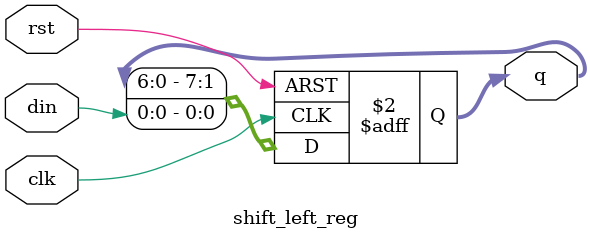
<source format=v>
module shift_left_reg (
    input clk, rst, din,
    output reg [7:0] q
);
  always @(posedge clk or posedge rst) begin
    if(rst)
      q <= 8'b00000000;
    else
      q <= {q[6:0], din};
  end
endmodule

</source>
